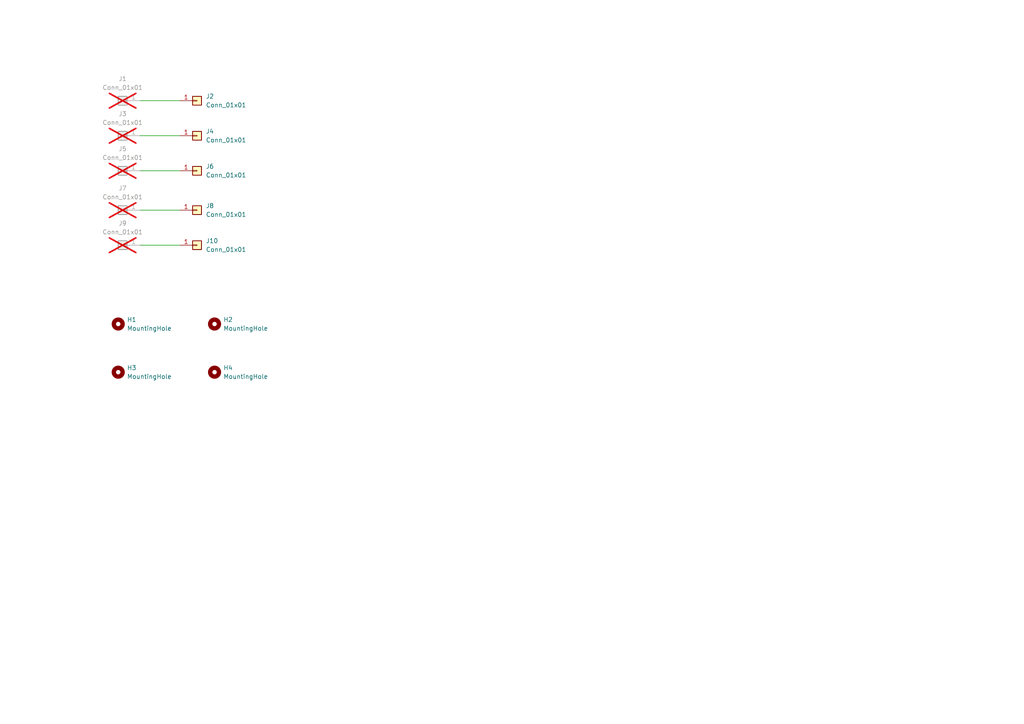
<source format=kicad_sch>
(kicad_sch (version 20231120) (generator "eeschema") (generator_version "8.0")
  (paper "A4")
  (lib_symbols
    (symbol "Connector_Generic:Conn_01x01" (pin_names (offset 1.016) hide)
      (property "Reference" "J" (at 0 2.54 0))
      (property "Value" "Conn_01x01" (at 0 -2.54 0))
      (symbol "Conn_01x01_1_1"
        (rectangle (start -1.27 0.127) (end 0 -0.127) (stroke (width 0.1524)))
        (rectangle (start -1.27 1.27) (end 1.27 -1.27) (stroke (width 0.254)) (fill (type background)))
        (pin passive line (at -5.08 0 0) (length 3.81) (name "Pin_1") (number "1"))
      )
    )
    (symbol "Mechanical:MountingHole" (pin_names (offset 1.016)) (exclude_from_sim yes) (in_bom no)
      (property "Reference" "H" (at 0 5.08 0))
      (property "Value" "MountingHole" (at 0 3.175 0))
      (symbol "MountingHole_0_1"
        (circle (center 0 0) (radius 1.27) (stroke (width 1.27)))
      )
    )
  )
  (wire (pts (xy 52.07 39.37) (xy 40.64 39.37)))
  (wire (pts (xy 52.07 60.96) (xy 40.64 60.96)))
  (wire (pts (xy 52.07 71.12) (xy 40.64 71.12)))
  (wire (pts (xy 52.07 49.53) (xy 40.64 49.53)))
  (wire (pts (xy 52.07 29.21) (xy 40.64 29.21)))
  (symbol (lib_id "Connector_Generic:Conn_01x01") (at 57.15 39.37 0) (unit 1)
    (property "Reference" "J4" (at 59.69 38.0999 0) (effects (justify left)))
    (property "Value" "Conn_01x01" (at 59.69 40.6399 0) (effects (justify left)))
    (property "Footprint" "my-conn-pad:PinHeader_1x01_P2.54mm_Vertical" (effects (hide yes)))
    (property "Description" "Generic connector, single row, 01x01, script generated (kicad-library-utils/schlib/autogen/connector/)" (effects (hide yes)))
  )
  (symbol (lib_id "Connector_Generic:Conn_01x01") (at 57.15 49.53 0) (unit 1)
    (property "Reference" "J6" (at 59.69 48.2599 0) (effects (justify left)))
    (property "Value" "Conn_01x01" (at 59.69 50.7999 0) (effects (justify left)))
    (property "Footprint" "my-conn-pad:PinHeader_1x01_P2.54mm_Vertical" (effects (hide yes)))
    (property "Description" "Generic connector, single row, 01x01, script generated (kicad-library-utils/schlib/autogen/connector/)" (effects (hide yes)))
  )
  (symbol (lib_id "Connector_Generic:Conn_01x01") (at 35.56 39.37 0) (mirror y) (unit 1) (dnp yes)
    (property "Reference" "J3" (at 35.56 33.02 0))
    (property "Value" "Conn_01x01" (at 35.56 35.56 0))
    (property "Footprint" "my-conn-pad:PinHeader_1x01_P2.54mm_Vertical" (effects (hide yes)))
    (property "Description" "Generic connector, single row, 01x01, script generated (kicad-library-utils/schlib/autogen/connector/)" (effects (hide yes)))
  )
  (symbol (lib_id "Connector_Generic:Conn_01x01") (at 35.56 71.12 0) (mirror y) (unit 1) (dnp yes)
    (property "Reference" "J9" (at 35.56 64.77 0))
    (property "Value" "Conn_01x01" (at 35.56 67.31 0))
    (property "Footprint" "my-conn-pad:PinHeader_1x01_P2.54mm_Vertical" (effects (hide yes)))
    (property "Description" "Generic connector, single row, 01x01, script generated (kicad-library-utils/schlib/autogen/connector/)" (effects (hide yes)))
  )
  (symbol (lib_id "Connector_Generic:Conn_01x01") (at 57.15 71.12 0) (unit 1)
    (property "Reference" "J10" (at 59.69 69.8499 0) (effects (justify left)))
    (property "Value" "Conn_01x01" (at 59.69 72.3899 0) (effects (justify left)))
    (property "Footprint" "my-conn-pad:PinHeader_1x01_P2.54mm_Vertical" (effects (hide yes)))
    (property "Description" "Generic connector, single row, 01x01, script generated (kicad-library-utils/schlib/autogen/connector/)" (effects (hide yes)))
  )
  (symbol (lib_id "Mechanical:MountingHole") (at 62.23 93.98 0) (unit 1) (exclude_from_sim yes) (in_bom no)
    (property "Reference" "H2" (at 64.77 92.7099 0) (effects (justify left)))
    (property "Value" "MountingHole" (at 64.77 95.2499 0) (effects (justify left)))
    (property "Footprint" "my_mtg_hole:hole-440-nopad" (effects (hide yes)))
    (property "Description" "Mounting Hole without connection" (effects (hide yes)))
  )
  (symbol (lib_id "Mechanical:MountingHole") (at 34.29 93.98 0) (unit 1) (exclude_from_sim yes) (in_bom no)
    (property "Reference" "H1" (at 36.83 92.7099 0) (effects (justify left)))
    (property "Value" "MountingHole" (at 36.83 95.2499 0) (effects (justify left)))
    (property "Footprint" "my_mtg_hole:hole-440-nopad" (effects (hide yes)))
    (property "Description" "Mounting Hole without connection" (effects (hide yes)))
  )
  (symbol (lib_id "Connector_Generic:Conn_01x01") (at 57.15 29.21 0) (unit 1)
    (property "Reference" "J2" (at 59.69 27.9399 0) (effects (justify left)))
    (property "Value" "Conn_01x01" (at 59.69 30.4799 0) (effects (justify left)))
    (property "Footprint" "my-conn-pad:PinHeader_1x01_P2.54mm_Vertical" (effects (hide yes)))
    (property "Description" "Generic connector, single row, 01x01, script generated (kicad-library-utils/schlib/autogen/connector/)" (effects (hide yes)))
  )
  (symbol (lib_id "Connector_Generic:Conn_01x01") (at 35.56 29.21 0) (mirror y) (unit 1) (dnp yes)
    (property "Reference" "J1" (at 35.56 22.86 0))
    (property "Value" "Conn_01x01" (at 35.56 25.4 0))
    (property "Footprint" "my-conn-pad:PinHeader_1x01_P2.54mm_Vertical" (effects (hide yes)))
    (property "Description" "Generic connector, single row, 01x01, script generated (kicad-library-utils/schlib/autogen/connector/)" (effects (hide yes)))
  )
  (symbol (lib_id "Connector_Generic:Conn_01x01") (at 57.15 60.96 0) (unit 1)
    (property "Reference" "J8" (at 59.69 59.6899 0) (effects (justify left)))
    (property "Value" "Conn_01x01" (at 59.69 62.2299 0) (effects (justify left)))
    (property "Footprint" "my-conn-pad:PinHeader_1x01_P2.54mm_Vertical" (effects (hide yes)))
    (property "Description" "Generic connector, single row, 01x01, script generated (kicad-library-utils/schlib/autogen/connector/)" (effects (hide yes)))
  )
  (symbol (lib_id "Mechanical:MountingHole") (at 34.29 107.95 0) (unit 1) (exclude_from_sim yes) (in_bom no)
    (property "Reference" "H3" (at 36.83 106.6799 0) (effects (justify left)))
    (property "Value" "MountingHole" (at 36.83 109.2199 0) (effects (justify left)))
    (property "Footprint" "my_mtg_hole:hole-440-nopad" (effects (hide yes)))
    (property "Description" "Mounting Hole without connection" (effects (hide yes)))
  )
  (symbol (lib_id "Connector_Generic:Conn_01x01") (at 35.56 49.53 0) (mirror y) (unit 1) (dnp yes)
    (property "Reference" "J5" (at 35.56 43.18 0))
    (property "Value" "Conn_01x01" (at 35.56 45.72 0))
    (property "Footprint" "my-conn-pad:PinHeader_1x01_P2.54mm_Vertical" (effects (hide yes)))
    (property "Description" "Generic connector, single row, 01x01, script generated (kicad-library-utils/schlib/autogen/connector/)" (effects (hide yes)))
  )
  (symbol (lib_id "Mechanical:MountingHole") (at 62.23 107.95 0) (unit 1) (exclude_from_sim yes) (in_bom no)
    (property "Reference" "H4" (at 64.77 106.6799 0) (effects (justify left)))
    (property "Value" "MountingHole" (at 64.77 109.2199 0) (effects (justify left)))
    (property "Footprint" "my_mtg_hole:hole-440-nopad" (effects (hide yes)))
    (property "Description" "Mounting Hole without connection" (effects (hide yes)))
  )
  (symbol (lib_id "Connector_Generic:Conn_01x01") (at 35.56 60.96 0) (mirror y) (unit 1) (dnp yes)
    (property "Reference" "J7" (at 35.56 54.61 0))
    (property "Value" "Conn_01x01" (at 35.56 57.15 0))
    (property "Footprint" "my-conn-pad:PinHeader_1x01_P2.54mm_Vertical" (effects (hide yes)))
    (property "Description" "Generic connector, single row, 01x01, script generated (kicad-library-utils/schlib/autogen/connector/)" (effects (hide yes)))
  )
)
</source>
